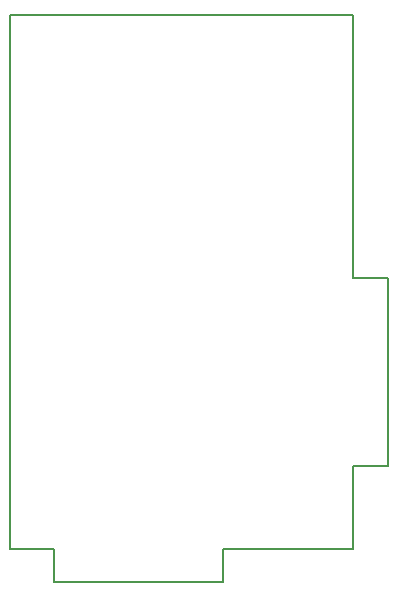
<source format=gm1>
%TF.GenerationSoftware,KiCad,Pcbnew,4.0.1-stable*%
%TF.CreationDate,2016-06-24T18:37:57+01:00*%
%TF.ProjectId,StrokeRehabilitation,5374726F6B655265686162696C697461,rev?*%
%TF.FileFunction,Profile,NP*%
%FSLAX46Y46*%
G04 Gerber Fmt 4.6, Leading zero omitted, Abs format (unit mm)*
G04 Created by KiCad (PCBNEW 4.0.1-stable) date 24/06/2016 18:37:57*
%MOMM*%
G01*
G04 APERTURE LIST*
%ADD10C,0.100000*%
%ADD11C,0.150000*%
G04 APERTURE END LIST*
D10*
D11*
X28998400Y25755600D02*
X28998400Y48000000D01*
X31995600Y25755600D02*
X28998400Y25755600D01*
X31995600Y9804400D02*
X31995600Y25755600D01*
X31995600Y9804400D02*
X28998400Y9804400D01*
X3700000Y0D02*
X18000000Y0D01*
X0Y3000000D02*
X0Y2800000D01*
X3700000Y2800000D02*
X0Y2800000D01*
X3700000Y0D02*
X3700000Y2800000D01*
X18000000Y2800000D02*
X18000000Y0D01*
X29000000Y2800000D02*
X29000000Y9804595D01*
X18000000Y2800000D02*
X29000000Y2800000D01*
X29000000Y48000000D02*
X0Y48000000D01*
X0Y3000000D02*
X0Y48000000D01*
M02*

</source>
